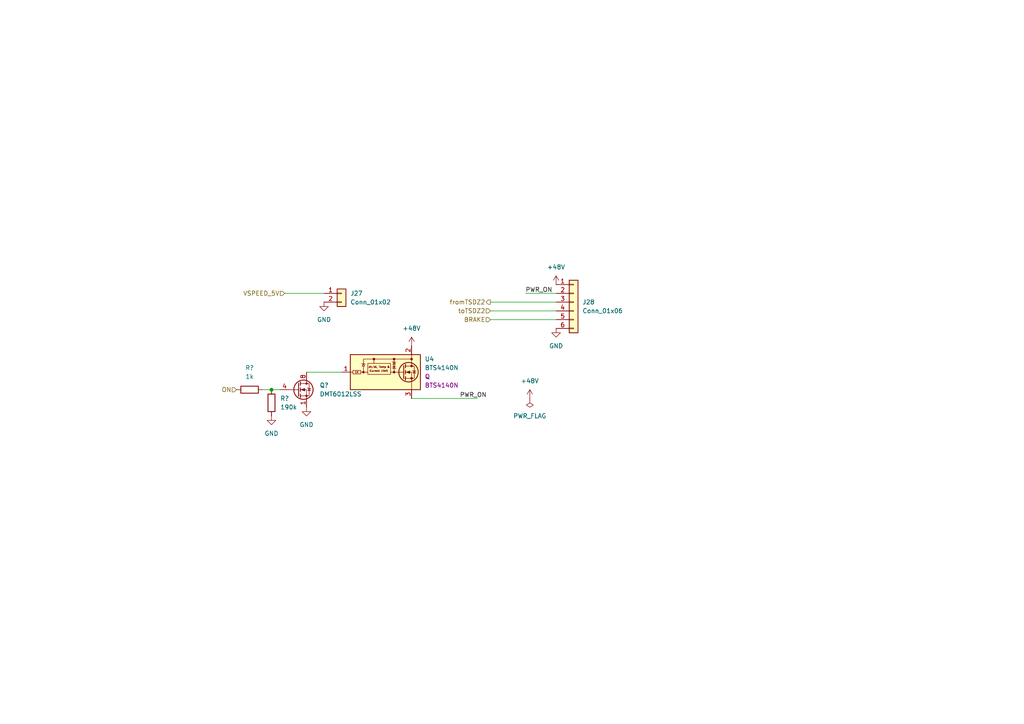
<source format=kicad_sch>
(kicad_sch (version 20230121) (generator eeschema)
  (paper "A4")
  (lib_symbols
    (symbol "Connector_Generic:Conn_01x02" (pin_names (offset 1.016) hide)
      (property "Reference" "J" (at 0 2.54 0))
      (property "Value" "Conn_01x02" (at 0 -5.08 0))
      (symbol "Conn_01x02_1_1"
        (rectangle (start -1.27 -2.413) (end 0 -2.667) (stroke (width 0.1524)))
        (rectangle (start -1.27 0.127) (end 0 -0.127) (stroke (width 0.1524)))
        (rectangle (start -1.27 1.27) (end 1.27 -3.81) (stroke (width 0.254)) (fill (type background)))
        (pin passive line (at -5.08 0 0) (length 3.81) (name "Pin_1") (number "1"))
        (pin passive line (at -5.08 -2.54 0) (length 3.81) (name "Pin_2") (number "2"))
      )
    )
    (symbol "Connector_Generic:Conn_01x06" (pin_names (offset 1.016) hide)
      (property "Reference" "J" (at 0 7.62 0))
      (property "Value" "Conn_01x06" (at 0 -10.16 0))
      (symbol "Conn_01x06_1_1"
        (rectangle (start -1.27 -7.493) (end 0 -7.747) (stroke (width 0.1524)))
        (rectangle (start -1.27 -4.953) (end 0 -5.207) (stroke (width 0.1524)))
        (rectangle (start -1.27 -2.413) (end 0 -2.667) (stroke (width 0.1524)))
        (rectangle (start -1.27 0.127) (end 0 -0.127) (stroke (width 0.1524)))
        (rectangle (start -1.27 2.667) (end 0 2.413) (stroke (width 0.1524)))
        (rectangle (start -1.27 5.207) (end 0 4.953) (stroke (width 0.1524)))
        (rectangle (start -1.27 6.35) (end 1.27 -8.89) (stroke (width 0.254)) (fill (type background)))
        (pin passive line (at -5.08 5.08 0) (length 3.81) (name "Pin_1") (number "1"))
        (pin passive line (at -5.08 2.54 0) (length 3.81) (name "Pin_2") (number "2"))
        (pin passive line (at -5.08 0 0) (length 3.81) (name "Pin_3") (number "3"))
        (pin passive line (at -5.08 -2.54 0) (length 3.81) (name "Pin_4") (number "4"))
        (pin passive line (at -5.08 -5.08 0) (length 3.81) (name "Pin_5") (number "5"))
        (pin passive line (at -5.08 -7.62 0) (length 3.81) (name "Pin_6") (number "6"))
      )
    )
    (symbol "Device:R" (pin_numbers hide) (pin_names (offset 0))
      (property "Reference" "R" (at 2.032 0 90))
      (property "Value" "R" (at 0 0 90))
      (symbol "R_0_1"
        (rectangle (start -1.016 -2.54) (end 1.016 2.54) (stroke (width 0.254)))
      )
      (symbol "R_1_1"
        (pin passive line (at 0 3.81 270) (length 1.27) (name "~") (number "1"))
        (pin passive line (at 0 -3.81 90) (length 1.27) (name "~") (number "2"))
      )
    )
    (symbol "Transistor_FET:IRF7403" (pin_names hide)
      (property "Reference" "Q" (at 5.08 2.54 0))
      (property "Value" "IRF7403" (at 5.08 0 0))
      (symbol "IRF7403_0_1"
        (polyline (pts (xy 0.254 0) (xy -2.54 0)))
        (polyline (pts (xy 0.254 1.905) (xy 0.254 -1.905)) (stroke (width 0.254)))
        (polyline (pts (xy 0.762 -1.27) (xy 0.762 -2.286)) (stroke (width 0.254)))
        (polyline (pts (xy 0.762 0.508) (xy 0.762 -0.508)) (stroke (width 0.254)))
        (polyline (pts (xy 0.762 2.286) (xy 0.762 1.27)) (stroke (width 0.254)))
        (polyline (pts (xy 2.54 2.54) (xy 2.54 1.778)))
        (polyline (pts (xy 2.54 -2.54) (xy 2.54 0) (xy 0.762 0)))
        (polyline (pts (xy 0.762 -1.778) (xy 3.302 -1.778) (xy 3.302 1.778) (xy 0.762 1.778)))
        (polyline (pts (xy 1.016 0) (xy 2.032 0.381) (xy 2.032 -0.381) (xy 1.016 0)) (fill (type outline)))
        (polyline (pts (xy 2.794 0.508) (xy 2.921 0.381) (xy 3.683 0.381) (xy 3.81 0.254)))
        (polyline (pts (xy 3.302 0.381) (xy 2.921 -0.254) (xy 3.683 -0.254) (xy 3.302 0.381)))
        (circle (center 1.651 0) (radius 2.794) (stroke (width 0.254)))
        (circle (center 2.54 -1.778) (radius 0.254) (fill (type outline)))
        (circle (center 2.54 1.778) (radius 0.254) (fill (type outline)))
      )
      (symbol "IRF7403_1_1"
        (pin passive line (at 2.54 -5.08 90) (length 2.54) (name "S") (number "1"))
        (pin passive line (at 2.54 -5.08 90) (length 2.54) hide (name "S") (number "2"))
        (pin passive line (at 2.54 -5.08 90) (length 2.54) hide (name "S") (number "3"))
        (pin input line (at -5.08 0 0) (length 2.54) (name "G") (number "4"))
        (pin passive line (at 2.54 5.08 270) (length 2.54) hide (name "D") (number "5"))
        (pin passive line (at 2.54 5.08 270) (length 2.54) hide (name "D") (number "6"))
        (pin passive line (at 2.54 5.08 270) (length 2.54) hide (name "D") (number "7"))
        (pin passive line (at 2.54 5.08 270) (length 2.54) (name "D") (number "8"))
      )
    )
    (symbol "additional:BTS4140N" (pin_names (offset 0) hide)
      (property "Value" "BTS4140N" (at 0 0 0))
      (property "Reference_1" "Q" (at 5.08 6.35 0))
      (property "Value_1" "BTS4140N" (at -10.16 6.35 0))
      (symbol "BTS4140N_0_0"
        (polyline (pts (xy 7.62 -2.54) (xy 7.62 -7.62)))
        (polyline (pts (xy 7.62 2.54) (xy 7.62 7.62)))
        (polyline (pts (xy 2.54 0) (xy 2.54 3.81) (xy 7.62 3.81)))
      )
      (symbol "BTS4140N_0_1"
        (rectangle (start -9.398 0.508) (end -7.112 -0.508))
        (polyline (pts (xy -9.398 0) (xy -10.16 0)))
        (polyline (pts (xy -7.112 0) (xy -5.08 0)))
        (polyline (pts (xy -6.35 0) (xy -6.35 1.778)))
        (polyline (pts (xy -3.302 3.81) (xy -3.302 2.54)))
        (polyline (pts (xy -6.35 2.286) (xy -6.35 3.81) (xy 2.54 3.81)))
      )
      (symbol "BTS4140N_1_0"
        (rectangle (start -10.16 5.08) (end 10.16 -5.08) (stroke (width 0.254)) (fill (type background)))
      )
      (symbol "BTS4140N_1_1"
        (circle (center -6.35 0) (radius 0.2794) (fill (type outline)))
        (rectangle (start -5.08 2.54) (end 1.524 -0.635))
        (circle (center -3.302 3.81) (radius 0.2794) (fill (type outline)))
        (polyline (pts (xy 2.54 0) (xy 1.524 0)))
        (polyline (pts (xy 2.54 0) (xy 5.334 0)))
        (polyline (pts (xy 5.842 -1.778) (xy 7.62 -1.778)))
        (polyline (pts (xy 5.842 -1.27) (xy 5.842 -2.286)) (stroke (width 0.254)))
        (polyline (pts (xy 5.842 0) (xy 7.62 0)))
        (polyline (pts (xy 5.842 0.508) (xy 5.842 -0.508)) (stroke (width 0.254)))
        (polyline (pts (xy 5.842 1.778) (xy 7.62 1.778)))
        (polyline (pts (xy 5.842 2.286) (xy 5.842 1.27)) (stroke (width 0.254)))
        (polyline (pts (xy 7.62 -1.778) (xy 7.62 -2.54)))
        (polyline (pts (xy 7.62 -1.778) (xy 7.62 0)))
        (polyline (pts (xy 7.62 2.54) (xy 7.62 1.778)))
        (polyline (pts (xy 5.334 1.905) (xy 5.334 -1.905) (xy 5.334 -1.905)) (stroke (width 0.254)))
        (polyline (pts (xy -6.858 2.54) (xy -6.731 2.413) (xy -5.969 2.413) (xy -5.842 2.286)))
        (polyline (pts (xy -6.35 2.413) (xy -6.731 1.778) (xy -5.969 1.778) (xy -6.35 2.413)))
        (polyline (pts (xy 2.032 3.048) (xy 2.159 2.921) (xy 2.921 2.921) (xy 3.048 2.794)))
        (polyline (pts (xy 2.54 1.143) (xy 2.921 1.778) (xy 2.159 1.778) (xy 2.54 1.143)))
        (polyline (pts (xy 2.54 2.921) (xy 2.159 2.286) (xy 2.921 2.286) (xy 2.54 2.921)))
        (polyline (pts (xy 3.048 1.016) (xy 2.921 1.143) (xy 2.159 1.143) (xy 2.032 1.27)))
        (polyline (pts (xy 6.096 0) (xy 7.112 0.381) (xy 7.112 -0.381) (xy 6.096 0)) (fill (type outline)))
        (polyline (pts (xy 7.62 -1.778) (xy 8.382 -1.778) (xy 8.382 1.778) (xy 7.62 1.778)))
        (polyline (pts (xy 7.874 0.508) (xy 8.001 0.381) (xy 8.763 0.381) (xy 8.89 0.254)))
        (polyline (pts (xy 8.382 0.381) (xy 8.001 -0.254) (xy 8.763 -0.254) (xy 8.382 0.381)))
        (circle (center 2.54 0) (radius 0.2794) (fill (type outline)))
        (circle (center 2.54 3.81) (radius 0.2794) (fill (type outline)))
        (circle (center 6.731 0) (radius 2.8194) (stroke (width 0.254)))
        (circle (center 7.62 -1.778) (radius 0.2794) (fill (type outline)))
        (circle (center 7.62 1.778) (radius 0.2794) (fill (type outline)))
        (circle (center 7.62 3.81) (radius 0.2794) (fill (type outline)))
        (text "1K" (at -8.255 0 0) (effects (font (size 0.5334 0.5334))))
        (text "Current Limit" (at -1.905 0.381 0) (effects (font (size 0.5334 0.5334))))
        (text "dV/dt, Temp &" (at -1.778 1.524 0) (effects (font (size 0.5334 0.5334))))
        (pin input line (at -12.7 0 0) (length 2.54) (name "G") (number "1"))
        (pin passive line (at 7.62 7.62 270) (length 2.54) (name "D") (number "2"))
        (pin passive line (at 7.62 -7.62 90) (length 2.54) (name "S") (number "3"))
        (pin passive line (at 7.62 7.62 270) (length 2.54) hide (name "D") (number "4"))
      )
    )
    (symbol "power:+48V" (power) (pin_names (offset 0))
      (property "Value" "+48V" (at 0 3.556 0))
      (symbol "+48V_0_1"
        (polyline (pts (xy -0.762 1.27) (xy 0 2.54)))
        (polyline (pts (xy 0 0) (xy 0 2.54)))
        (polyline (pts (xy 0 2.54) (xy 0.762 1.27)))
      )
      (symbol "+48V_1_1"
        (pin power_in line (at 0 0 90) (length 0) hide (name "+48V") (number "1"))
      )
    )
    (symbol "power:GND" (power) (pin_names (offset 0))
      (property "Value" "GND" (at 0 -3.81 0))
      (symbol "GND_0_1"
        (polyline (pts (xy 0 0) (xy 0 -1.27) (xy 1.27 -1.27) (xy 0 -2.54) (xy -1.27 -1.27) (xy 0 -1.27)))
      )
      (symbol "GND_1_1"
        (pin power_in line (at 0 0 270) (length 0) hide (name "GND") (number "1"))
      )
    )
    (symbol "power:PWR_FLAG" (power) (pin_numbers hide) (pin_names (offset 0) hide)
      (property "Value" "PWR_FLAG" (at 0 3.81 0))
      (symbol "PWR_FLAG_0_0"
        (pin power_out line (at 0 0 90) (length 0) (name "pwr") (number "1"))
      )
      (symbol "PWR_FLAG_0_1"
        (polyline (pts (xy 0 0) (xy 0 1.27) (xy -1.016 1.905) (xy 0 2.54) (xy 1.016 1.905) (xy 0 1.27)))
      )
    )
  )
  (junction (at 78.74 113.03))
  (wire (pts (xy 88.9 107.95) (xy 99.06 107.95)))
  (wire (pts (xy 142.24 90.17) (xy 161.29 90.17)))
  (wire (pts (xy 142.24 87.63) (xy 161.29 87.63)))
  (wire (pts (xy 119.38 115.57) (xy 138.43 115.57)))
  (wire (pts (xy 82.55 85.09) (xy 93.98 85.09)))
  (wire (pts (xy 78.74 113.03) (xy 81.28 113.03)))
  (wire (pts (xy 142.24 92.71) (xy 161.29 92.71)))
  (wire (pts (xy 76.2 113.03) (xy 78.74 113.03)))
  (wire (pts (xy 152.4 85.09) (xy 161.29 85.09)))
  (label "PWR_ON" (at 152.4 85.09 0))
  (label "PWR_ON" (at 133.35 115.57 0))
  (hierarchical_label "VSPEED_5V" (shape input) (at 82.55 85.09 180))
  (hierarchical_label "BRAKE" (shape input) (at 142.24 92.71 180))
  (hierarchical_label "toTSDZ2" (shape input) (at 142.24 90.17 180))
  (hierarchical_label "fromTSDZ2" (shape output) (at 142.24 87.63 180))
  (hierarchical_label "ON" (shape input) (at 68.58 113.03 180))
  (symbol (lib_id "Device:R") (at 72.39 113.03 90) (unit 1)
    (property "Reference" "R?" (at 72.39 106.68 90))
    (property "Value" "1k" (at 72.39 109.22 90))
    (property "Footprint" "Resistor_SMD:R_1206_3216Metric" (effects hide))
    (instances (project "speedomobile" (path "" (reference "R?") (unit 1)) (path "" (reference "R5") (unit 1))))
  )
  (symbol (lib_id "power:+48V") (at 119.38 100.33 0) (unit 1)
    (property "Reference" "#PWR044" (effects hide))
    (property "Value" "+48V" (at 119.38 95.25 0))
  )
  (symbol (lib_id "power:GND") (at 93.98 87.63 0) (unit 1)
    (property "Reference" "#PWR043" (effects hide))
    (property "Value" "GND" (at 93.98 92.71 0))
  )
  (symbol (lib_id "power:PWR_FLAG") (at 153.67 115.57 180) (unit 1)
    (property "Reference" "#FLG01" (effects hide))
    (property "Value" "PWR_FLAG" (at 153.67 120.65 0))
  )
  (symbol (lib_id "Connector_Generic:Conn_01x06") (at 166.37 87.63 0) (unit 1)
    (property "Reference" "J28" (at 168.91 87.63 0) (effects (justify left)))
    (property "Value" "Conn_01x06" (at 168.91 90.17 0) (effects (justify left)))
    (property "Footprint" "Connector_JST:JST_XH_B6B-XH-A_1x06_P2.50mm_Vertical" (effects hide))
  )
  (symbol (lib_id "additional:BTS4140N") (at 111.76 107.95 0) (unit 1)
    (property "Reference" "U4" (at 123.19 104.14 0) (effects (justify left)))
    (property "Value" "BTS4140N" (at 123.19 106.68 0) (effects (justify left)))
    (property "Footprint" "Package_TO_SOT_SMD:SOT-223" (effects hide))
    (property "Reference_1" "Q" (at 123.19 109.22 0) (effects (justify left)))
    (property "Value_1" "BTS4140N" (at 123.19 111.76 0) (effects (justify left)))
    (property "Footprint_1" "Package_TO_SOT_SMD:SOT-223" (effects hide))
    (property "Datasheet_1" "https://www.infineon.com/dgdl/Infineon-BTS4140N-DS-v01_01-EN.pdf?fileId=5546d46259d9a4bf015a852aac8b7785" (effects hide))
    (property "mouser" " 726-BTS4140N " (effects hide))
  )
  (symbol (lib_id "power:+48V") (at 153.67 115.57 0) (unit 1)
    (property "Reference" "#PWR045" (effects hide))
    (property "Value" "+48V" (at 153.67 110.49 0))
  )
  (symbol (lib_id "Connector_Generic:Conn_01x02") (at 99.06 85.09 0) (unit 1)
    (property "Reference" "J27" (at 101.6 85.09 0) (effects (justify left)))
    (property "Value" "Conn_01x02" (at 101.6 87.63 0) (effects (justify left)))
    (property "Footprint" "Connector_JST:JST_XH_B2B-XH-A_1x02_P2.50mm_Vertical" (effects hide))
  )
  (symbol (lib_id "Transistor_FET:IRF7403") (at 86.36 113.03 0) (unit 1)
    (property "Reference" "Q?" (at 92.71 111.76 0) (effects (justify left)))
    (property "Value" "DMT6012LSS" (at 92.71 114.3 0) (effects (justify left)))
    (property "Footprint" "Package_SO:SOIC-8_3.9x4.9mm_P1.27mm" (effects hide))
    (property "Datasheet" "https://www.infineon.com/dgdl/irf7403pbf.pdf?fileId=5546d462533600a4015355fa23541b9c" (effects hide))
    (property "mouser" " 621-DMT6012LSS-13 " (effects hide))
    (instances (project "speedomobile" (path "" (reference "Q?") (unit 1)) (path "" (reference "Q2") (unit 1))))
  )
  (symbol (lib_id "power:GND") (at 78.74 120.65 0) (unit 1)
    (property "Reference" "#PWR?" (effects hide))
    (property "Value" "GND" (at 78.74 125.73 0))
    (instances (project "speedomobile" (path "" (reference "#PWR?") (unit 1)) (path "" (reference "#PWR041") (unit 1))))
  )
  (symbol (lib_id "power:+48V") (at 161.29 82.55 0) (unit 1)
    (property "Reference" "#PWR046" (effects hide))
    (property "Value" "+48V" (at 161.29 77.47 0))
  )
  (symbol (lib_id "power:GND") (at 161.29 95.25 0) (unit 1)
    (property "Reference" "#PWR047" (effects hide))
    (property "Value" "GND" (at 161.29 100.33 0))
  )
  (symbol (lib_id "power:GND") (at 88.9 118.11 0) (unit 1)
    (property "Reference" "#PWR?" (effects hide))
    (property "Value" "GND" (at 88.9 123.19 0))
    (instances (project "speedomobile" (path "" (reference "#PWR?") (unit 1)) (path "" (reference "#PWR042") (unit 1))))
  )
  (symbol (lib_id "Device:R") (at 78.74 116.84 0) (unit 1)
    (property "Reference" "R?" (at 81.28 115.57 0) (effects (justify left)))
    (property "Value" "190k" (at 81.28 118.11 0) (effects (justify left)))
    (property "Footprint" "Resistor_SMD:R_1206_3216Metric" (effects hide))
    (instances (project "speedomobile" (path "" (reference "R?") (unit 1)) (path "" (reference "R6") (unit 1))))
  )
)
</source>
